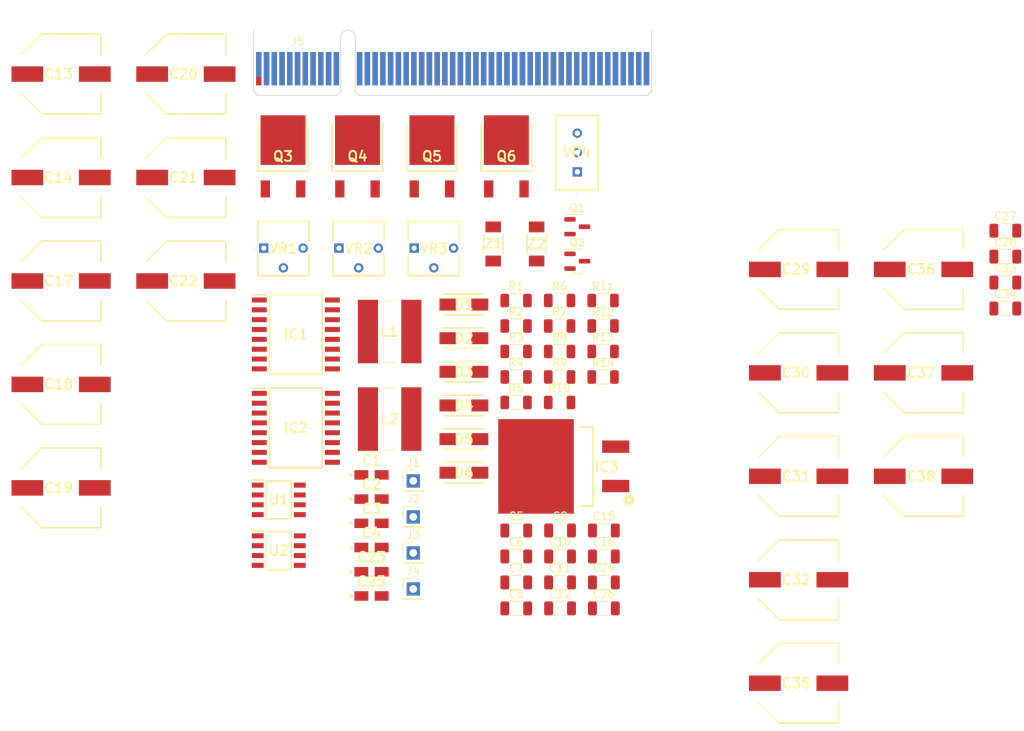
<source format=kicad_pcb>
(kicad_pcb (version 20221018) (generator pcbnew)
  (layers (0 "F.Cu" signal) (31 "B.Cu" signal) (34 "B.Paste" user) (35 "F.Paste" user) (36 "B.SilkS" user "B.Silkscreen") (37 "F.SilkS" user "F.Silkscreen") (38 "B.Mask" user) (39 "F.Mask" user) (44 "Edge.Cuts" user))
  (net 0 "")
  (net 1 "+5V")
  (net 2 "GND")
  (net 3 "VB2")
  (net 4 "VS2")
  (net 5 "VB1")
  (net 6 "VS1")
  (net 7 "+15V")
  (net 8 "AMP OUT")
  (net 9 "SUBWOOFER")
  (net 10 "Net-(U1B--)")
  (net 11 "Net-(U2B--)")
  (net 12 "TRI WAVE OUT")
  (net 13 "HO2")
  (net 14 "Net-(D3-A)")
  (net 15 "LO2")
  (net 16 "Net-(D4-A)")
  (net 17 "HO1")
  (net 18 "Net-(D5-A)")
  (net 19 "LO1")
  (net 20 "Net-(D6-A)")
  (net 21 "VSS1")
  (net 26 "HIN1")
  (net 27 "SUB INV")
  (net 29 "VSS2")
  (net 34 "HIN2")
  (net 35 "LINE INV")
  (net 37 "Net-(J1-Pin_1)")
  (net 38 "SUB IN")
  (net 39 "Net-(J3-Pin_1)")
  (net 41 "-15V")
  (net 71 "LINE OUT")
  (net 93 "Net-(Q1-B)")
  (net 94 "Net-(Q2-B)")
  (net 95 "Net-(U2A-+)")
  (net 96 "Net-(R14-Pad1)")
  (net 98 "Net-(Z1-K)")
  (footprint "SamacSys_Parts:EEE0JA152UAP" (layer "F.Cu") (at 117.0438 58.939)
    (fp_text reference "C13" (at -0.325 0) (layer "F.SilkS") (effects (font (size 1.27 1.27) (thickness 0.254))))
    (fp_text value "EEEFK1H221P" hide)
    (pad "1" smd rect (at -4.35 0 90) (size 2 4.1) (layers "F.Cu" "F.Paste" "F.Mask") (net 7 "+15V"))
    (pad "2" smd rect (at 4.35 0 90) (size 2 4.1) (layers "F.Cu" "F.Paste" "F.Mask") (net 2 "GND"))
  )
  (footprint "Package_TO_SOT_SMD:SOT-23" (layer "F.Cu") (at 183.6138 78.639)
    (fp_text reference "Q1" (at 0 -2.4) (layer "F.SilkS"))
    (fp_text value "BC848")
    (pad "1" smd roundrect (at -0.9375 -0.95) (size 1.475 0.6) (layers "F.Cu" "F.Paste" "F.Mask") (net 93 "Net-(Q1-B)"))
    (pad "2" smd roundrect (at -0.9375 0.95) (size 1.475 0.6) (layers "F.Cu" "F.Paste" "F.Mask") (net 2 "GND"))
    (pad "3" smd roundrect (at 0.9375 0) (size 1.475 0.6) (layers "F.Cu" "F.Paste" "F.Mask") (net 27 "SUB INV"))
  )
  (footprint "Capacitor_SMD:C_1206_3216Metric" (layer "F.Cu") (at 181.3938 124.539)
    (fp_text reference "C11" (at 0 -1.85) (layer "F.SilkS"))
    (fp_text value "220nF")
    (pad "1" smd roundrect (at -1.475 0) (size 1.15 1.8) (layers "F.Cu" "F.Paste" "F.Mask") (roundrect_rratio 0.217391) (net 2 "GND"))
    (pad "2" smd roundrect (at 1.475 0) (size 1.15 1.8) (layers "F.Cu" "F.Paste" "F.Mask") (roundrect_rratio 0.217391) (net 7 "+15V"))
  )
  (footprint "Connector_PinHeader_2.54mm:PinHeader_1x01_P2.54mm_Vertical" (layer "F.Cu") (at 162.4638 116.089)
    (fp_text reference "J2" (at 0 -2.33) (layer "F.SilkS"))
    (fp_text value "Bias Test Point 2")
    (pad "1" thru_hole rect (at 0 0) (size 1.7 1.7) (drill 1) (layers "*.Cu" "*.Mask") (net 38 "SUB IN"))
  )
  (footprint "Capacitor_SMD:C_1206_3216Metric" (layer "F.Cu") (at 181.3938 127.889)
    (fp_text reference "C12" (at 0 -1.85) (layer "F.SilkS"))
    (fp_text value "220nF")
    (pad "1" smd roundrect (at -1.475 0) (size 1.15 1.8) (layers "F.Cu" "F.Paste" "F.Mask") (roundrect_rratio 0.217391) (net 2 "GND"))
    (pad "2" smd roundrect (at 1.475 0) (size 1.15 1.8) (layers "F.Cu" "F.Paste" "F.Mask") (roundrect_rratio 0.217391) (net 7 "+15V"))
  )
  (footprint "SamacSys_Parts:SOIC127P600X175-8N" (layer "F.Cu") (at 145.1188 113.889)
    (fp_text reference "U1" (at 0 0) (layer "F.SilkS") (effects (font (size 1.27 1.27) (thickness 0.254))))
    (fp_text value "~" hide)
    (pad "1" smd rect (at -2.712 -1.905 90) (size 0.65 1.525) (layers "F.Cu" "F.Paste" "F.Mask") (net 34 "HIN2"))
    (pad "2" smd rect (at -2.712 -0.635 90) (size 0.65 1.525) (layers "F.Cu" "F.Paste" "F.Mask") (net 37 "Net-(J1-Pin_1)"))
    (pad "3" smd rect (at -2.712 0.635 90) (size 0.65 1.525) (layers "F.Cu" "F.Paste" "F.Mask") (net 12 "TRI WAVE OUT"))
    (pad "4" smd rect (at -2.712 1.905 90) (size 0.65 1.525) (layers "F.Cu" "F.Paste" "F.Mask") (net 2 "GND"))
    (pad "5" smd rect (at 2.712 1.905 90) (size 0.65 1.525) (layers "F.Cu" "F.Paste" "F.Mask") (net 12 "TRI WAVE OUT"))
    (pad "6" smd rect (at 2.712 0.635 90) (size 0.65 1.525) (layers "F.Cu" "F.Paste" "F.Mask") (net 10 "Net-(U1B--)"))
    (pad "7" smd rect (at 2.712 -0.635 90) (size 0.65 1.525) (layers "F.Cu" "F.Paste" "F.Mask") (net 26 "HIN1"))
    (pad "8" smd rect (at 2.712 -1.905 90) (size 0.65 1.525) (layers "F.Cu" "F.Paste" "F.Mask") (net 1 "+5V"))
  )
  (footprint "SamacSys_Parts:EEE0JA152UAP" (layer "F.Cu") (at 228.2632 97.4956)
    (fp_text reference "C37" (at -0.325 0) (layer "F.SilkS") (effects (font (size 1.27 1.27) (thickness 0.254))))
    (fp_text value "EEEFK1H221P" hide)
    (pad "1" smd rect (at -4.35 0 90) (size 2 4.1) (layers "F.Cu" "F.Paste" "F.Mask") (net 2 "GND"))
    (pad "2" smd rect (at 4.35 0 90) (size 2 4.1) (layers "F.Cu" "F.Paste" "F.Mask") (net 41 "-15V"))
  )
  (footprint "SamacSys_Parts:DIOM5127X229N" (layer "F.Cu") (at 168.9938 101.704)
    (fp_text reference "D4" (at 0 0) (layer "F.SilkS") (effects (font (size 1.27 1.27) (thickness 0.254))))
    (fp_text value "US1M-E3_5AT" hide)
    (pad "1" smd rect (at -2.05 0 90) (size 1.55 2.2) (layers "F.Cu" "F.Paste" "F.Mask") (net 15 "LO2"))
    (pad "2" smd rect (at 2.05 0 90) (size 1.55 2.2) (layers "F.Cu" "F.Paste" "F.Mask") (net 16 "Net-(D4-A)"))
  )
  (footprint "SamacSys_Parts:EEE0JA152UAP" (layer "F.Cu") (at 117.0438 112.339)
    (fp_text reference "C19" (at -0.325 0) (layer "F.SilkS") (effects (font (size 1.27 1.27) (thickness 0.254))))
    (fp_text value "EEEFK1H221P" hide)
    (pad "1" smd rect (at -4.35 0 90) (size 2 4.1) (layers "F.Cu" "F.Paste" "F.Mask") (net 7 "+15V"))
    (pad "2" smd rect (at 4.35 0 90) (size 2 4.1) (layers "F.Cu" "F.Paste" "F.Mask") (net 2 "GND"))
  )
  (footprint "Capacitor_SMD:C_1206_3216Metric" (layer "F.Cu") (at 238.8132 79.1456)
    (fp_text reference "C27" (at 0 -1.85) (layer "F.SilkS"))
    (fp_text value "100nF")
    (pad "1" smd roundrect (at -1.475 0) (size 1.15 1.8) (layers "F.Cu" "F.Paste" "F.Mask") (roundrect_rratio 0.217391) (net 41 "-15V"))
    (pad "2" smd roundrect (at 1.475 0) (size 1.15 1.8) (layers "F.Cu" "F.Paste" "F.Mask") (roundrect_rratio 0.217391) (net 2 "GND"))
  )
  (footprint "SamacSys_Parts:IRFR2905ZTRPBF" (layer "F.Cu") (at 155.2688 68.391)
    (fp_text reference "Q4" (at 0 1.172) (layer "F.SilkS") (effects (font (size 1.27 1.27) (thickness 0.254))))
    (fp_text value "IRFR2905ZTRPBF" hide)
    (pad "1" smd rect (at -2.28 5.373) (size 1.2 2.2) (layers "F.Cu" "F.Paste" "F.Mask") (net 16 "Net-(D4-A)"))
    (pad "2" smd rect (at 0 -0.927) (size 5.8 6.4) (layers "F.Cu" "F.Paste" "F.Mask") (net 4 "VS2"))
    (pad "3" smd rect (at 2.28 5.373) (size 1.2 2.2) (layers "F.Cu" "F.Paste" "F.Mask") (net 41 "-15V"))
  )
  (footprint "SamacSys_Parts:PDZVTFTR47B" (layer "F.Cu") (at 172.7688 80.864)
    (fp_text reference "Z1" (at 0 0) (layer "F.SilkS") (effects (font (size 1.27 1.27) (thickness 0.254))))
    (fp_text value "PDZVTFTR4.7B" hide)
    (pad "1" smd rect (at 0 -2.2 90) (size 1.4 2) (layers "F.Cu" "F.Paste" "F.Mask") (net 98 "Net-(Z1-K)"))
    (pad "2" smd rect (at 0 2.2 90) (size 1.4 2) (layers "F.Cu" "F.Paste" "F.Mask") (net 2 "GND"))
  )
  (footprint "Capacitor_SMD:C_1206_3216Metric" (layer "F.Cu") (at 238.8132 85.8456)
    (fp_text reference "C33" (at 0 -1.85) (layer "F.SilkS"))
    (fp_text value "100nF")
    (pad "1" smd roundrect (at -1.475 0) (size 1.15 1.8) (layers "F.Cu" "F.Paste" "F.Mask") (roundrect_rratio 0.217391) (net 41 "-15V"))
    (pad "2" smd roundrect (at 1.475 0) (size 1.15 1.8) (layers "F.Cu" "F.Paste" "F.Mask") (roundrect_rratio 0.217391) (net 2 "GND"))
  )
  (footprint "SamacSys_Parts:SOIC127P600X175-8N" (layer "F.Cu") (at 145.1188 120.439)
    (fp_text reference "U2" (at 0 0) (layer "F.SilkS") (effects (font (size 1.27 1.27) (thickness 0.254))))
    (fp_text value "LM358" hide)
    (pad "1" smd rect (at -2.712 -1.905 90) (size 0.65 1.525) (layers "F.Cu" "F.Paste" "F.Mask") (net 96 "Net-(R14-Pad1)"))
    (pad "2" smd rect (at -2.712 -0.635 90) (size 0.65 1.525) (layers "F.Cu" "F.Paste" "F.Mask") (net 2 "GND"))
    (pad "3" smd rect (at -2.712 0.635 90) (size 0.65 1.525) (layers "F.Cu" "F.Paste" "F.Mask") (net 95 "Net-(U2A-+)"))
    (pad "4" smd rect (at -2.712 1.905 90) (size 0.65 1.525) (layers "F.Cu" "F.Paste" "F.Mask") (net 2 "GND"))
    (pad "5" smd rect (at 2.712 1.905 90) (size 0.65 1.525) (layers "F.Cu" "F.Paste" "F.Mask") (net 2 "GND"))
    (pad "6" smd rect (at 2.712 0.635 90) (size 0.65 1.525) (layers "F.Cu" "F.Paste" "F.Mask") (net 11 "Net-(U2B--)"))
    (pad "7" smd rect (at 2.712 -0.635 90) (size 0.65 1.525) (layers "F.Cu" "F.Paste" "F.Mask") (net 12 "TRI WAVE OUT"))
    (pad "8" smd rect (at 2.712 -1.905 90) (size 0.65 1.525) (layers "F.Cu" "F.Paste" "F.Mask") (net 1 "+5V"))
  )
  (footprint "SamacSys_Parts:EEE0JA152UAP" (layer "F.Cu") (at 133.1438 72.289)
    (fp_text reference "C21" (at -0.325 0) (layer "F.SilkS") (effects (font (size 1.27 1.27) (thickness 0.254))))
    (fp_text value "EEEFK1H221P" hide)
    (pad "1" smd rect (at -4.35 0 90) (size 2 4.1) (layers "F.Cu" "F.Paste" "F.Mask") (net 7 "+15V"))
    (pad "2" smd rect (at 4.35 0 90) (size 2 4.1) (layers "F.Cu" "F.Paste" "F.Mask") (net 2 "GND"))
  )
  (footprint "SamacSys_Parts:DIOM5127X229N" (layer "F.Cu") (at 168.9938 93.024)
    (fp_text reference "D2" (at 0 0) (layer "F.SilkS") (effects (font (size 1.27 1.27) (thickness 0.254))))
    (fp_text value "US1M-E3_5AT" hide)
    (pad "1" smd rect (at -2.05 0 90) (size 1.55 2.2) (layers "F.Cu" "F.Paste" "F.Mask") (net 5 "VB1"))
    (pad "2" smd rect (at 2.05 0 90) (size 1.55 2.2) (layers "F.Cu" "F.Paste" "F.Mask") (net 7 "+15V"))
  )
  (footprint "Package_TO_SOT_SMD:SOT-23" (layer "F.Cu") (at 183.6138 83.089)
    (fp_text reference "Q2" (at 0 -2.4) (layer "F.SilkS"))
    (fp_text value "BC848")
    (pad "1" smd roundrect (at -0.9375 -0.95) (size 1.475 0.6) (layers "F.Cu" "F.Paste" "F.Mask") (net 94 "Net-(Q2-B)"))
    (pad "2" smd roundrect (at -0.9375 0.95) (size 1.475 0.6) (layers "F.Cu" "F.Paste" "F.Mask") (net 2 "GND"))
    (pad "3" smd roundrect (at 0.9375 0) (size 1.475 0.6) (layers "F.Cu" "F.Paste" "F.Mask") (net 35 "LINE INV"))
  )
  (footprint "Capacitor_SMD:C_1206_3216Metric" (layer "F.Cu") (at 175.7438 127.889)
    (fp_text reference "C8" (at 0 -1.85) (layer "F.SilkS"))
    (fp_text value "22uF")
    (pad "1" smd roundrect (at -1.475 0) (size 1.15 1.8) (layers "F.Cu" "F.Paste" "F.Mask") (roundrect_rratio 0.217391) (net 6 "VS1"))
    (pad "2" smd roundrect (at 1.475 0) (size 1.15 1.8) (layers "F.Cu" "F.Paste" "F.Mask") (roundrect_rratio 0.217391) (net 5 "VB1"))
  )
  (footprint "SamacSys_Parts:EEE0JA152UAP" (layer "F.Cu") (at 117.0438 85.639)
    (fp_text reference "C17" (at -0.325 0) (layer "F.SilkS") (effects (font (size 1.27 1.27) (thickness 0.254))))
    (fp_text value "EEEFK1H221P" hide)
    (pad "1" smd rect (at -4.35 0 90) (size 2 4.1) (layers "F.Cu" "F.Paste" "F.Mask") (net 7 "+15V"))
    (pad "2" smd rect (at 4.35 0 90) (size 2 4.1) (layers "F.Cu" "F.Paste" "F.Mask") (net 2 "GND"))
  )
  (footprint "SamacSys_Parts:EEE0JA152UAP" (layer "F.Cu") (at 212.1632 137.5456)
    (fp_text reference "C35" (at -0.325 0) (layer "F.SilkS") (effects (font (size 1.27 1.27) (thickness 0.254))))
    (fp_text value "EEEFK1H221P" hide)
    (pad "1" smd rect (at -4.35 0 90) (size 2 4.1) (layers "F.Cu" "F.Paste" "F.Mask") (net 2 "GND"))
    (pad "2" smd rect (at 4.35 0 90) (size 2 4.1) (layers "F.Cu" "F.Paste" "F.Mask") (net 41 "-15V"))
  )
  (footprint "SamacSys_Parts:T491A" (layer "F.Cu") (at 157.0788 120.039)
    (fp_text reference "C4" (at 0 -1.875) (layer "F.SilkS") (effects (font (size 1.27 1.27) (thickness 0.254))))
    (fp_text value "T491A225K016AT" hide)
    (pad "1" smd rect (at -1.31 0 90) (size 1.23 1.8) (layers "F.Cu" "F.Paste" "F.Mask") (net 1 "+5V"))
    (pad "2" smd rect (at 1.31 0 90) (size 1.23 1.8) (layers "F.Cu" "F.Paste" "F.Mask") (net 2 "GND"))
  )
  (footprint "SamacSys_Parts:T491A" (layer "F.Cu") (at 157.0788 123.164)
    (fp_text reference "C23" (at 0 -1.875) (layer "F.SilkS") (effects (font (size 1.27 1.27) (thickness 0.254))))
    (fp_text value "T491A225K016AT" hide)
    (pad "1" smd rect (at -1.31 0 90) (size 1.23 1.8) (layers "F.Cu" "F.Paste" "F.Mask") (net 1 "+5V"))
    (pad "2" smd rect (at 1.31 0 90) (size 1.23 1.8) (layers "F.Cu" "F.Paste" "F.Mask") (net 2 "GND"))
  )
  (footprint "SamacSys_Parts:SRN8040220M" (layer "F.Cu") (at 159.4188 103.464)
    (fp_text reference "L2" (at 0 0) (layer "F.SilkS") (effects (font (size 1.27 1.27) (thickness 0.254))))
    (fp_text value "SRN8040-220M" hide)
    (pad "1" smd rect (at -2.8 0) (size 2.6 8.2) (layers "F.Cu" "F.Paste" "F.Mask") (net 6 "VS1"))
    (pad "2" smd rect (at 2.8 0) (size 2.6 8.2) (layers "F.Cu" "F.Paste" "F.Mask") (net 9 "SUBWOOFER"))
  )
  (footprint "SamacSys_Parts:T73YP103KT20" (layer "F.Cu") (at 143.1788 81.404)
    (fp_text reference "VR1" (at 2.54 0.06) (layer "F.SilkS") (effects (font (size 1.27 1.27) (thickness 0.254))))
    (fp_text value "T73YP103KT20" hide)
    (pad "1" thru_hole rect (at 0 0) (size 1.21 1.21) (drill 0.66) (layers "*.Cu" "*.Mask") (net 37 "Net-(J1-Pin_1)"))
    (pad "2" thru_hole circle (at 2.54 2.54) (size 1.21 1.21) (drill 0.66) (layers "*.Cu" "*.Mask") (net 38 "SUB IN"))
    (pad "3" thru_hole circle (at 5.08 0) (size 1.21 1.21) (drill 0.66) (layers "*.Cu" "*.Mask") (net 71 "LINE OUT"))
  )
  (footprint "Capacitor_SMD:C_1206_3216Metric" (layer "F.Cu") (at 175.7438 117.839)
    (fp_text reference "C5" (at 0 -1.85) (layer "F.SilkS"))
    (fp_text value "220nF")
    (pad "1" smd roundrect (at -1.475 0) (size 1.15 1.8) (layers "F.Cu" "F.Paste" "F.Mask") (roundrect_rratio 0.217391) (net 3 "VB2"))
    (pad "2" smd roundrect (at 1.475 0) (size 1.15 1.8) (layers "F.Cu" "F.Paste" "F.Mask") (roundrect_rratio 0.217391) (net 4 "VS2"))
  )
  (footprint "SamacSys_Parts:EEE0JA152UAP" (layer "F.Cu") (at 212.1632 124.1956)
    (fp_text reference "C32" (at -0.325 0) (layer "F.SilkS") (effects (font (size 1.27 1.27) (thickness 0.254))))
    (fp_text value "EEEFK1H221P" hide)
    (pad "1" smd rect (at -4.35 0 90) (size 2 4.1) (layers "F.Cu" "F.Paste" "F.Mask") (net 2 "GND"))
    (pad "2" smd rect (at 4.35 0 90) (size 2 4.1) (layers "F.Cu" "F.Paste" "F.Mask") (net 41 "-15V"))
  )
  (footprint "SamacSys_Parts:IRFR2905ZTRPBF" (layer "F.Cu") (at 145.6688 68.391)
    (fp_text reference "Q3" (at 0 1.172) (layer "F.SilkS") (effects (font (size 1.27 1.27) (thickness 0.254))))
    (fp_text value "IRFR2905ZTRPBF" hide)
    (pad "1" smd rect (at -2.28 5.373) (size 1.2 2.2) (layers "F.Cu" "F.Paste" "F.Mask") (net 14 "Net-(D3-A)"))
    (pad "2" smd rect (at 0 -0.927) (size 5.8 6.4) (layers "F.Cu" "F.Paste" "F.Mask") (net 7 "+15V"))
    (pad "3" smd rect (at 2.28 5.373) (size 1.2 2.2) (layers "F.Cu" "F.Paste" "F.Mask") (net 4 "VS2"))
  )
  (footprint "Resistor_SMD:R_1206_3216Metric" (layer "F.Cu") (at 175.7238 91.449)
    (fp_text reference "R2" (at 0 -1.82) (layer "F.SilkS"))
    (fp_text value "10k")
    (pad "1" smd roundrect (at -1.4625 0) (size 1.125 1.75) (layers "F.Cu" "F.Paste" "F.Mask") (roundrect_rratio 0.222222) (net 34 "HIN2"))
    (pad "2" smd roundrect (at 1.4625 0) (size 1.125 1.75) (layers "F.Cu" "F.Paste" "F.Mask") (roundrect_rratio 0.222222) (net 94 "Net-(Q2-B)"))
  )
  (footprint "Capacitor_SMD:C_1206_3216Metric" (layer "F.Cu") (at 187.0438 117.839)
    (fp_text reference "C15" (at 0 -1.85) (layer "F.SilkS"))
    (fp_text value "390nF")
    (pad "1" smd roundrect (at -1.475 0) (size 1.15 1.8) (layers "F.Cu" "F.Paste" "F.Mask") (roundrect_rratio 0.217391) (net 2 "GND"))
    (pad "2" smd roundrect (at 1.475 0) (size 1.15 1.8) (layers "F.Cu" "F.Paste" "F.Mask") (roundrect_rratio 0.217391) (net 8 "AMP OUT"))
  )
  (footprint "Capacitor_SMD:C_1206_3216Metric" (layer "F.Cu") (at 238.8132 89.1956)
    (fp_text reference "C34" (at 0 -1.85) (layer "F.SilkS"))
    (fp_text value "220nF")
    (pad "1" smd roundrect (at -1.475 0) (size 1.15 1.8) (layers "F.Cu" "F.Paste" "F.Mask") (roundrect_rratio 0.217391) (net 41 "-15V"))
    (pad "2" smd roundrect (at 1.475 0) (size 1.15 1.8) (layers "F.Cu" "F.Paste" "F.Mask") (roundrect_rratio 0.217391) (net 2 "GND"))
  )
  (footprint "Capacitor_SMD:C_1206_3216Metric" (layer "F.Cu") (at 175.7438 124.539)
    (fp_text reference "C7" (at 0 -1.85) (layer "F.SilkS"))
    (fp_text value "22uF")
    (pad "1" smd roundrect (at -1.475 0) (size 1.15 1.8) (layers "F.Cu" "F.Paste" "F.Mask") (roundrect_rratio 0.217391) (net 4 "VS2"))
    (pad "2" smd roundrect (at 1.475 0) (size 1.15 1.8) (layers "F.Cu" "F.Paste" "F.Mask") (roundrect_rratio 0.217391) (net 3 "VB2"))
  )
  (footprint "Connector_PCBEdge:BUS_PCIexpress_x8" (layer "F.Cu") (at 142.5438 58.239)
    (fp_text reference "J5" (at 5 -3.5) (layer "F.SilkS"))
    (fp_text value "Edge Connector")
    (fp_line (start -0.65 -4.95) (end -0.65 2.95) (stroke (width 0.1)) (layer "Edge.Cuts"))
    (fp_line (start -0.65 2.95) (end -0.15 3.45) (stroke (width 0.1)) (layer "Edge.Cuts"))
    (fp_line (start -0.15 3.45) (end 10.05 3.45) (stroke (width 0.1)) (layer "Edge.Cuts"))
    (fp_line (start 10.55 -4) (end 10.55 2.95) (stroke (width 0.1)) (layer "Edge.Cuts"))
    (fp_line (start 10.55 2.95) (end 10.05 3.45) (stroke (width 0.1)) (layer "Edge.Cuts"))
    (fp_line (start 12.45 -4) (end 12.45 2.95) (stroke (width 0.1)) (layer "Edge.Cuts"))
    (fp_line (start 12.45 2.95) (end 12.95 3.45) (stroke (width 0.1)) (layer "Edge.Cuts"))
    (fp_line (start 12.95 3.45) (end 50.15 3.45) (stroke (width 0.1)) (layer "Edge.Cuts"))
    (fp_line (start 50.65 -4.95) (end 50.65 2.95) (stroke (width 0.1)) (layer "Edge.Cuts"))
    (fp_line (start 50.65 2.95) (end 50.15 3.45) (stroke (width 0.1)) (layer "Edge.Cuts"))
    (fp_arc (start 10.55 -4) (mid 11.5 -4.95) (end 12.45 -4) (stroke (width 0.1)) (layer "Edge.Cuts"))
    (pad "A1" connect rect (at 0 -0.55) (size 0.7 3.2) (layers "B.Cu" "B.Mask"))
    (pad "A2" connect rect (at 1 0) (size 0.7 4.3) (layers "B.Cu" "B.Mask") (net 2 "GND"))
    (pad "A3" connect rect (at 2 0) (size 0.7 4.3) (layers "B.Cu" "B.Mask") (net 7 "+15V"))
    (pad "A4" connect rect (at 3 0) (size 0.7 4.3) (layers "B.Cu" "B.Mask") (net 2 "GND"))
    (pad "A5" connect rect (at 4 0) (size 0.7 4.3) (layers "B.Cu" "B.Mask") (net 41 "-15V"))
    (pad "A6" connect rect (at 5 0) (size 0.7 4.3) (layers "B.Cu" "B.Mask") (net 2 "GND"))
    (pad "A7" connect rect (at 6 0) (size 0.7 4.3) (layers "B.Cu" "B.Mask"))
    (pad "A8" connect rect (at 7 0) (size 0.7 4.3) (layers "B.Cu" "B.Mask") (net 2 "GND"))
    (pad "A9" connect rect (at 8 0) (size 0.7 4.3) (layers "B.Cu" "B.Mask"))
    (pad "A10" connect rect (at 9 0) (size 0.7 4.3) (layers "B.Cu" "B.Mask") (net 2 "GND"))
    (pad "A11" connect rect (at 10 0) (size 0.7 4.3) (layers "B.Cu" "B.Mask"))
    (pad "A12" connect rect (at 13 0) (size 0.7 4.3) (layers "B.Cu" "B.Mask") (net 2 "GND"))
    (pad "A13" connect rect (at 14 0) (size 0.7 4.3) (layers "B.Cu" "B.Mask"))
    (pad "A14" connect rect (at 15 0) (size 0.7 4.3) (layers "B.Cu" "B.Mask") (net 2 "GND"))
    (pad "A15" connect rect (at 16 0) (size 0.7 4.3) (layers "B.Cu" "B.Mask"))
    (pad "A16" connect rect (at 17 0) (size 0.7 4.3) (layers "B.Cu" "B.Mask") (net 2 "GND"))
    (pad "A17" connect rect (at 18 0) (size 0.7 4.3) (layers "B.Cu" "B.Mask") (net 7 "+15V"))
    (pad "A18" connect rect (at 19 0) (size 0.7 4.3) (layers "B.Cu" "B.Mask") (net 2 "GND"))
    (pad "A19" connect rect (at 20 0) (size 0.7 4.3) (layers "B.Cu" "B.Mask") (net 41 "-15V"))
    (pad "A20" connect rect (at 21 0) (size 0.7 4.3) (layers "B.Cu" "B.Mask") (net 2 "GND"))
    (pad "A21" connect rect (at 22 0) (size 0.7 4.3) (layers "B.Cu" "B.Mask"))
    (pad "A22" connect rect (at 23 0) (size 0.7 4.3) (layers "B.Cu" "B.Mask"))
    (pad "A23" connect rect (at 24 0) (size 0.7 4.3) (layers "B.Cu" "B.Mask"))
    (pad "A24" connect rect (at 25 0) (size 0.7 4.3) (layers "B.Cu" "B.Mask"))
    (pad "A25" connect rect (at 26 0) (size 0.7 4.3) (layers "B.Cu" "B.Mask"))
    (pad "A26" connect rect (at 27 0) (size 0.7 4.3) (layers "B.Cu" "B.Mask"))
    (pad "A27" connect rect (at 28 0) (size 0.7 4.3) (layers "B.Cu" "B.Mask"))
    (pad "A28" connect rect (at 29 0) (size 0.7 4.3) (layers "B.Cu" "B.Mask"))
    (pad "A29" connect rect (at 30 0) (size 0.7 4.3) (layers "B.Cu" "B.Mask"))
    (pad "A30" connect rect (at 31 0) (size 0.7 4.3) (layers "B.Cu" "B.Mask"))
    (pad "A31" connect rect (at 32 0) (size 0.7 4.3) (layers "B.Cu" "B.Mask"))
    (pad "A32" connect rect (at 33 0) (size 0.7 4.3) (layers "B.Cu" "B.Mask") (net 2 "GND"))
    (pad "A33" connect rect (at 34 0) (size 0.7 4.3) (layers "B.Cu" "B.Mask"))
    (pad "A34" connect rect (at 35 0) (size 0.7 4.3) (layers "B.Cu" "B.Mask") (net 2 "GND"))
    (pad "A35" connect rect (at 36 0) (size 0.7 4.3) (layers "B.Cu" "B.Mask"))
    (pad "A36" connect rect (at 37 0) (size 0.7 4.3) (layers "B.Cu" "B.Mask") (net 2 "GND"))
    (pad "A37" connect rect (at 38 0) (size 0.7 4.3) (layers "B.Cu" "B.Mask"))
    (pad "A38" connect rect (at 39 0) (size 0.7 4.3) (layers "B.Cu" "B.Mask") (net 2 "GND"))
    (pad "A39" connect rect (at 40 0) (size 0.7 4.3) (layers "B.Cu" "B.Mask"))
    (pad "A40" connect rect (at 41 0) (size 0.7 4.3) (layers "B.Cu" "B.Mask") (net 2 "GND"))
    (pad "A41" connect rect (at 42 0) (size 0.7 4.3) (layers "B.Cu" "B.Mask"))
    (pad "A42" connect rect (at 43 0) (size 0.7 4.3) (layers "B.Cu" "B.Mask") (net 2 "GND"))
    (pad "A43" connect rect (at 44 0) (size 0.7 4.3) (layers "B.Cu" "B.Mask"))
    (pad "A44" connect rect (at 45 0) (size 0.7 4.3) (layers "B.Cu" "B.Mask") (net 2 "GND"))
    (pad "A45" connect rect (at 46 0) (size 0.7 4.3) (layers "B.Cu" "B.Mask"))
    (pad "A46" connect rect (at 47 0) (size 0.7 4.3) (layers "B.Cu" "B.Mask") (net 2 "GND"))
    (pad "A47" connect rect (at 48 0) (size 0.7 4.3) (layers "B.Cu" "B.Mask"))
    (pad "A48" connect rect (at 49 0) (size 0.7 4.3) (layers "B.Cu" "B.Mask") (net 2 "GND"))
    (pad "A49" connect rect (at 50 0) (size 0.7 4.3) (layers "B.Cu" "B.Mask"))
    (pad "B1" connect rect (at 0 0) (size 0.7 4.3) (layers "F.Cu" "F.Mask"))
    (pad "B2" connect rect (at 1 0) (size 0.7 4.3) (layers "F.Cu" "F.Mask") (net 2 "GND"))
    (pad "B3" connect rect (at 2 0) (size 0.7 4.3) (layers "F.Cu" "F.Mask") (net 7 "+15V"))
    (pad "B4" connect rect (at 3 0) (size 0.7 4.3) (layers "F.Cu" "F.Mask") (net 2 "GND"))
    (pad "B5" connect rect (at 4 0) (size 0.7 4.3) (layers "F.Cu" "F.Mask") (net 41 "-15V"))
    (pad "B6" connect rect (at 5 0) (size 0.7 4.3) (layers "F.Cu" "F.Mask") (net 2 "GND"))
    (pad "B7" connect rect (at 6 0) (size 0.7 4.3) (layers "F.Cu" "F.Mask"))
    (pad "B8" connect rect (at 7 0) (size 0.7 4.3) (layers "F.Cu" "F.Mask") (net 2 "GND"))
    (pad "B9" connect rect (at 8 0) (size 0.7 4.3) (layers "F.Cu" "F.Mask"))
    (pad "B10" connect rect (at 9 0) (size 0.7 4.3) (layers "F.Cu" "F.Mask") (net 2 "GND"))
    (pad "B11" connect rect (at 10 0) (size 0.7 4.3) (layers "F.Cu" "F.Mask"))
    (pad "B12" connect rect (at 13 0) (size 0.7 4.3) (layers "F.Cu" "F.Mask") (net 2 "GND"))
    (pad "B13" connect rect (at 14 0) (size 0.7 4.3) (layers "F.Cu" "F.Mask") (net 71 "LINE OUT"))
    (pad "B14" connect rect (at 15 0) (size 0.7 4.3) (layers "F.Cu" "F.Mask") (net 2 "GND"))
    (pad "B15" connect rect (at 16 0) (size 0.7 4.3) (layers "F.Cu" "F.Mask"))
    (pad "B16" connect rect (at 17 0) (size 0.7 4.3) (layers "F.Cu" "F.Mask") (net 2 "GND"))
    (pad "B17" connect rect (at 18 0) (size 0.7 4.3) (layers "F.Cu" "F.Mask") (net 7 "+15V"))
    (pad "B18" connect rect (at 19 0) (size 0.7 4.3) (layers "F.Cu" "F.Mask") (net 2 "GND"))
    (pad "B19" connect rect (at 20 0) (size 0.7 4.3) (layers "F.Cu" "F.Mask") (net 41 "-15V"))
    (pad "B20" connect rect (at 21 0) (size 0.7 4.3) (layers "F.Cu" "F.Mask") (net 2 "GND"))
    (pad "B21" connect rect (at 22 0) (size 0.7 4.3) (layers "F.Cu" "F.Mask"))
    (pad "B22" connect rect (at 23 0) (size 0.7 4.3) (layers "F.Cu" "F.Mask"))
    (pad "B23" connect rect (at 24 0) (size 0.7 4.3) (layers "F.Cu" "F.Mask"))
    (pad "B24" connect rect (at 25 0) (size 0.7 4.3) (layers "F.Cu" "F.Mask"))
    (pad "B25" connect rect (at 26 0) (size 0.7 4.3) (layers "F.Cu" "F.Mask"))
    (pad "B26" connect rect (at 27 0) (size 0.7 4.3) (layers "F.Cu" "F.Mask"))
    (pad "B27" connect rect (at 28 0) (size 0.7 4.3) (layers "F.Cu" "F.Mask"))
    (pad "B28" connect rect (at 29 0) (size 0.7 4.3) (layers "F.Cu" "F.Mask"))
    (pad "B29" connect rect (at 30 0) (size 0.7 4.3) (layers "F.Cu" "F.Mask"))
    (pad "B30" connect rect (at 31 0) (size 0.7 4.3) (layers "F.Cu" "F.Mask"))
    (pad "B31" connect rect (at 32 0) (size 0.7 4.3) (layers "F.Cu" "F.Mask"))
    (pad "B32" connect rect (at 33 0) (size 0.7 4.3) (layers "F.Cu" "F.Mask") (net 2 "GND"))
    (pad "B33" connect rect (at 34 0) (size 0.7 4.3) (layers "F.Cu" "F.Mask"))
    (pad "B34" connect rect (at 35 0) (size 0.7 4.3) (layers "F.Cu" "F.Mask") (net 2 "GND"))
    (pad "B35" connect rect (at 36 0) (size 0.7 4.3) (layers "F.Cu" "F.Mask"))
    (pad "B36" connect rect (at 37 0) (size 0.7 4.3) (layers "F.Cu" "F.Mask") (net 2 "GND"))
    (pad "B37" connect rect (at 38 0) (size 0.7 4.3) (layers "F.Cu" "F.Mask"))
    (pad "B38" connect rect (at 39 0) (size 0.7 4.3) (layers "F.Cu" "F.Mask") (net 2 "GND"))
    (pad "B39" connect rect (at 40 0) (size 0.7 4.3) (layers "F.Cu" "F.Mask"))
    (pad "B40" connect rect (at 41 0) (size 0.7 4.3) (layers "F.Cu" "F.Mask") (net 2 "GND"))
    (pad "B41" connect rect (at 42 0) (size 0.7 4.3) (layers "F.Cu" "F.Mask"))
    (pad "B42" connect rect (at 43 0) (size 0.7 4.3) (layers "F.Cu" "F.Mask") (net 2 "GND"))
    (pad "B43" connect rect (at 44 0) (size 0.7 4.3) (layers "F.Cu" "F.Mask"))
    (pad "B44" connect rect (at 45 0) (size 0.7 4.3) (layers "F.Cu" "F.Mask") (net 2 "GND"))
    (pad "B45" connect rect (at 46 0) (size 0.7 4.3) (layers "F.Cu" "F.Mask"))
    (pad "B46" connect rect (at 47 0) (size 0.7 4.3) (layers "F.Cu" "F.Mask") (net 2 "GND"))
    (pad "B47" connect rect (at 48 0) (size 0.7 4.3) (layers "F.Cu" "F.Mask"))
    (pad "B48" connect rect (at 49 -0.55) (size 0.7 3.2) (layers "F.Cu" "F.Mask") (net 2 "GND"))
    (pad "B49" connect rect (at 50 0) (size 0.7 4.3) (layers "F.Cu" "F.Mask"))
  )
  (footprint "SamacSys_Parts:PDZVTFTR47B" (layer "F.Cu") (at 178.3688 80.864)
    (fp_text reference "Z2" (at 0 0) (layer "F.SilkS") (effects (font (size 1.27 1.27) (thickness 0.254))))
    (fp_text value "PDZVTFTR4.7B" hide)
    (pad "1" smd rect (at 0 -2.2 90) (size 1.4 2) (layers "F.Cu" "F.Paste" "F.Mask") (net 98 "Net-(Z1-K)"))
    (pad "2" smd rect (at 0 2.2 90) (size 1.4 2) (layers "F.Cu" "F.Paste" "F.Mask") (net 39 "Net-(J3-Pin_1)"))
  )
  (footprint "Resistor_SMD:R_1206_3216Metric" (layer "F.Cu") (at 175.7238 98.029)
    (fp_text reference "R4" (at 0 -1.82) (layer "F.SilkS"))
    (fp_text value "10k")
    (pad "1" smd roundrect (at -1.4625 0) (size 1.125 1.75) (layers "F.Cu" "F.Paste" "F.Mask") (roundrect_rratio 0.222222) (net 1 "+5V"))
    (pad "2" smd roundrect (at 1.4625 0) (size 1.125 1.75) (layers "F.Cu" "F.Paste" "F.Mask") (roundrect_rratio 0.222222) (net 35 "LINE INV"))
  )
  (footprint "SamacSys_Parts:EEE0JA152UAP" (layer "F.Cu") (at 212.1632 84.1456)
    (fp_text reference "C29" (at -0.325 0) (layer "F.SilkS") (effects (font (size 1.27 1.27) (thickness 0.254))))
    (fp_text value "EEEFK1H221P" hide)
    (pad "1" smd rect (at -4.35 0 90) (size 2 4.1) (layers "F.Cu" "F.Paste" "F.Mask") (net 2 "GND"))
    (pad "2" smd rect (at 4.35 0 90) (size 2 4.1) (layers "F.Cu" "F.Paste" "F.Mask") (net 41 "-15V"))
  )
  (footprint "Resistor_SMD:R_1206_3216Metric" (layer "F.Cu") (at 186.9438 98.029)
    (fp_text reference "R14" (at 0 -1.82) (layer "F.SilkS"))
    (fp_text value "5k1")
    (pad "1" smd roundrect (at -1.4625 0) (size 1.125 1.75) (layers "F.Cu" "F.Paste" "F.Mask") (roundrect_rratio 0.222222) (net 96 "Net-(R14-Pad1)"))
    (pad "2" smd roundrect (at 1.4625 0) (size 1.125 1.75) (layers "F.Cu" "F.Paste" "F.Mask") (roundrect_rratio 0.222222) (net 39 "Net-(J3-Pin_1)"))
  )
  (footprint "SamacSys_Parts:EEE0JA152UAP" (layer "F.Cu") (at 117.0438 72.289)
    (fp_text reference "C14" (at -0.325 0) (layer "F.SilkS") (effects (font (size 1.27 1.27) (thickness 0.254))))
    (fp_text value "EEEFK1H221P" hide)
    (pad "1" smd rect (at -4.35 0 90) (size 2 4.1) (layers "F.Cu" "F.Paste" "F.Mask") (net 7 "+15V"))
    (pad "2" smd rect (at 4.35 0 90) (size 2 4.1) (layers "F.Cu" "F.Paste" "F.Mask") (net 2 "GND"))
  )
  (footprint "SamacSys_Parts:T73YP103KT20" (layer "F.Cu") (at 162.5788 81.404)
    (fp_text reference "VR3" (at 2.54 0.06) (layer "F.SilkS") (effects (font (size 1.27 1.27) (thickness 0.254))))
    (fp_text value "T73YP103KT20" hide)
    (pad "1" thru_hole rect (at 0 0) (size 1.21 1.21) (drill 0.66) (layers "*.Cu" "*.Mask") (net 2 "GND"))
    (pad "2" thru_hole circle (at 2.54 2.54) (size 1.21 1.21) (drill 0.66) (layers "*.Cu" "*.Mask") (net 38 "SUB IN"))
    (pad "3" thru_hole circle (at 5.08 0) (size 1.21 1.21) (drill 0.66) (layers "*.Cu" "*.Mask") (net 1 "+5V"))
  )
  (footprint "SamacSys_Parts:T491A" (layer "F.Cu") (at 157.0788 126.289)
    (fp_text reference "C25" (at 0 -1.875) (layer "F.SilkS") (effects (font (size 1.27 1.27) (thickness 0.254))))
    (fp_text value "T491A225K016AT" hide)
    (pad "1" smd rect (at -1.31 0 90) (size 1.23 1.8) (layers "F.Cu" "F.Paste" "F.Mask") (net 1 "+5V"))
    (pad "2" smd rect (at 1.31 0 90) (size 1.23 1.8) (layers "F.Cu" "F.Paste" "F.Mask") (net 2 "GND"))
  )
  (footprint "Resistor_SMD:R_1206_3216Metric" (layer "F.Cu") (at 186.9438 94.739)
    (fp_text reference "R13" (at 0 -1.82) (layer "F.SilkS"))
    (fp_text value "100k")
    (pad "1" smd roundrect (at -1.4625 0) (size 1.125 1.75) (layers "F.Cu" "F.Paste" "F.Mask") (roundrect_rratio 0.222222) (net 39 "Net-(J3-Pin_1)"))
    (pad "2" smd roundrect (at 1.4625 0) (size 1.125 1.75) (layers "F.Cu" "F.Paste" "F.Mask") (roundrect_rratio 0.222222) (net 95 "Net-(U2A-+)"))
  )
  (footprint "SamacSys_Parts:EEE0JA152UAP" (layer "F.Cu") (at 212.1632 110.8456)
    (fp_text reference "C31" (at -0.325 0) (layer "F.SilkS") (effects (font (size 1.27 1.27) (thickness 0.254))))
    (fp_text value "EEEFK1H221P" hide)
    (pad "1" smd rect (at -4.35 0 90) (size 2 4.1) (layers "F.Cu" "F.Paste" "F.Mask") (net 2 "GND"))
    (pad "2" smd rect (at 4.35 0 90) (size 2 4.1) (layers "F.Cu" "F.Paste" "F.Mask") (net 41 "-15V"))
  )
  (footprint "Capacitor_SMD:C_1206_3216Metric" (layer "F.Cu") (at 187.0438 127.889)
    (fp_text reference "C26" (at 0 -1.85) (layer "F.SilkS"))
    (fp_text value "1nF")
    (pad "1" smd roundrect (at -1.475 0) (size 1.15 1.8) (layers "F.Cu" "F.Paste" "F.Mask") (roundrect_rratio 0.217391) (net 11 "Net-(U2B--)"))
    (pad "2" smd roundrect (at 1.475 0) (size 1.15 1.8) (layers "F.Cu" "F.Paste" "F.Mask") (roundrect_rratio 0.217391) (net 12 "TRI WAVE OUT"))
  )
  (footprint "Resistor_SMD:R_1206_3216Metric" (layer "F.Cu") (at 175.7238 88.159)
    (fp_text reference "R1" (at 0 -1.82) (layer "F.SilkS"))
    (fp_text value "10k")
    (pad "1" smd roundrect (at -1.4625 0) (size 1.125 1.75) (layers "F.Cu" "F.Paste" "F.Mask") (roundrect_rratio 0.222222) (net 26 "HIN1"))
    (pad "2" smd roundrect (at 1.4625 0) (size 1.125 1.75) (layers "F.Cu" "F.Paste" "F.Mask") (roundrect_rratio 0.222222) (net 93 "Net-(Q1-B)"))
  )
  (footprint "SamacSys_Parts:DIOM5127X229N" (layer "F.Cu") (at 168.9938 110.384)
    (fp_text reference "D6" (at 0 0) (layer "F.SilkS") (effects (font (size 1.27 1.27) (thickness 0.254))))
    (fp_text value "US1M-E3_5AT" hide)
    (pad "1" smd rect (at -2.05 0 90) (size 1.55 2.2) (layers "F.Cu" "F.Paste" "F.Mask") (net 19 "LO1"))
    (pad "2" smd rect (at 2.05 0 90) (size 1.55 2.2) (layers "F.Cu" "F.Paste" "F.Mask") (net 20 "Net-(D6-A)"))
  )
  (footprint "Resistor_SMD:R_1206_3216Metric" (layer "F.Cu") (at 175.7238 101.319)
    (fp_text reference "R5" (at 0 -1.82) (layer "F.SilkS"))
    (fp_text value "10k")
    (pad "1" smd roundrect (at -1.4625 0) (size 1.125 1.75) (layers "F.Cu" "F.Paste" "F.Mask") (roundrect_rratio 0.222222) (net 34 "HIN2"))
    (pad "2" smd roundrect (at 1.4625 0) (size 1.125 1.75) (layers "F.Cu" "F.Paste" "F.Mask") (roundrect_rratio 0.222222) (net 1 "+5V"))
  )
  (footprint "Resistor_SMD:R_1206_3216Metric" (layer "F.Cu") (at 181.3338 94.739)
    (fp_text reference "R8" (at 0 -1.82) (layer "F.SilkS"))
    (fp_text value "10R")
    (pad "1" smd roundrect (at -1.4625 0) (size 1.125 1.75) (layers "F.Cu" "F.Paste" "F.Mask") (roundrect_rratio 0.222222) (net 16 "Net-(D4-A)"))
    (pad "2" smd roundrect (at 1.4625 0) (size 1.125 1.75) (layers "F.Cu" "F.Paste" "F.Mask") (roundrect_rratio 0.222222) (net 15 "LO2"))
  )
  (footprint "SamacSys_Parts:EEE0JA152UAP" (layer "F.Cu") (at 228.2632 84.1456)
    (fp_text reference "C36" (at -0.325 0) (layer "F.SilkS") (effects (font (size 1.27 1.27) (thickness 0.254))))
    (fp_text value "EEEFK1H221P" hide)
    (pad "1" smd rect (at -4.35 0 90) (size 2 4.1) (layers "F.Cu" "F.Paste" "F.Mask") (net 2 "GND"))
    (pad "2" smd rect (at 4.35 0 90) (size 2 4.1) (layers "F.Cu" "F.Paste" "F.Mask") (net 41 "-15V"))
  )
  (footprint "Capacitor_SMD:C_1206_3216Metric" (layer "F.Cu") (at 187.0438 124.539)
    (fp_text reference "C24" (at 0 -1.85) (layer "F.SilkS"))
    (fp_text value "68nF")
    (pad "1" smd roundrect (at -1.475 0) (size 1.15 1.8) (layers "F.Cu" "F.Paste" "F.Mask") (roundrect_rratio 0.217391) (net 2 "GND"))
    (pad "2" smd roundrect (at 1.475 0) (size 1.15 1.8) (layers "F.Cu" "F.Paste" "F.Mask") (roundrect_rratio 0.217391) (net 10 "Net-(U1B--)"))
  )
  (footprint "Connector_PinHeader_2.54mm:PinHeader_1x01_P2.54mm_Vertical" (layer "F.Cu") (at 162.4638 120.739)
    (fp_text reference "J3" (at 0 -2.33) (layer "F.SilkS"))
    (fp_text value "Square Test")
    (pad "1" thru_hole rect (at 0 0) (size 1.7 1.7) (drill 1) (layers "*.Cu" "*.Mask") (net 39 "Net-(J3-Pin_1)"))
  )
  (footprint "SamacSys_Parts:DIOM5127X229N" (layer "F.Cu") (at 168.9938 97.364)
    (fp_text reference "D3" (at 0 0) (layer "F.SilkS") (effects (font (size 1.27 1.27) (thickness 0.254))))
    (fp_text value "US1M-E3_5AT" hide)
    (pad "1" smd rect (at -2.05 0 90) (size 1.55 2.2) (layers "F.Cu" "F.Paste" "F.Mask") (net 13 "HO2"))
    (pad "2" smd rect (at 2.05 0 90) (size 1.55 2.2) (layers "F.Cu" "F.Paste" "F.Mask") (net 14 "Net-(D3-A)"))
  )
  (footprint "Capacitor_SMD:C_1206_3216Metric" (layer "F.Cu") (at 181.3938 121.189)
    (fp_text reference "C10" (at 0 -1.85) (layer "F.SilkS"))
    (fp_text value "100nF")
    (pad "1" smd roundrect (at -1.475 0) (size 1.15 1.8) (layers "F.Cu" "F.Paste" "F.Mask") (roundrect_rratio 0.217391) (net 2 "GND"))
    (pad "2" smd roundrect (at 1.475 0) (size 1.15 1.8) (layers "F.Cu" "F.Paste" "F.Mask") (roundrect_rratio 0.217391) (net 7 "+15V"))
  )
  (footprint "SamacSys_Parts:SOIC127P1032X265-16N" (layer "F.Cu") (at 147.3188 92.539)
    (fp_text reference "IC1" (at 0 0) (layer "F.SilkS") (effects (font (size 1.27 1.27) (thickness 0.254))))
    (fp_text value "IR2113SPBF" hide)
    (pad "1" smd rect (at -4.712 -4.445 90) (size 0.65 1.925) (layers "F.Cu" "F.Paste" "F.Mask") (net 19 "LO1"))
    (pad "2" smd rect (at -4.712 -3.175 90) (size 0.65 1.925) (layers "F.Cu" "F.Paste" "F.Mask") (net 21 "VSS1"))
    (pad "3" smd rect (at -4.712 -1.905 90) (size 0.65 1.925) (layers "F.Cu" "F.Paste" "F.Mask") (net 7 "+15V"))
    (pad "4" smd rect (at -4.712 -0.635 90) (size 0.65 1.925) (layers "F.Cu" "F.Paste" "F.Mask"))
    (pad "5" smd rect (at -4.712 0.635 90) (size 0.65 1.925) (layers "F.Cu" "F.Paste" "F.Mask"))
    (pad "6" smd rect (at -4.712 1.905 90) (size 0.65 1.925) (layers "F.Cu" "F.Paste" "F.Mask") (net 6 "VS1"))
    (pad "7" smd rect (at -4.712 3.175 90) (size 0.65 1.925) (layers "F.Cu" "F.Paste" "F.Mask") (net 5 "VB1"))
    (pad "8" smd rect (at -4.712 4.445 90) (size 0.65 1.925) (layers "F.Cu" "F.Paste" "F.Mask") (net 17 "HO1"))
    (pad "9" smd rect (at 4.712 4.445 90) (size 0.65 1.925) (layers "F.Cu" "F.Paste" "F.Mask"))
    (pad "10" smd rect (at 4.712 3.175 90) (size 0.65 1.925) (layers "F.Cu" "F.Paste" "F.Mask"))
    (pad "11" smd rect (at 4.712 1.905 90) (size 0.65 1.925) (layers "F.Cu" "F.Paste" "F.Mask") (net 1 "+5V"))
    (pad "12" smd rect (at 4.712 0.635 90) (size 0.65 1.925) (layers "F.Cu" "F.Paste" "F.Mask") (net 26 "HIN1"))
    (pad "13" smd rect (at 4.712 -0.635 90) (size 0.65 1.925) (layers "F.Cu" "F.Paste" "F.Mask") (net 2 "GND"))
    (pad "14" smd rect (at 4.712 -1.905 90) (size 0.65 1.925) (layers "F.Cu" "F.Paste" "F.Mask") (net 27 "SUB INV"))
    (pad "15" smd rect (at 4.712 -3.175 90) (size 0.65 1.925) (layers "F.Cu" "F.Paste" "F.Mask") (net 21 "VSS1"))
    (pad "16" smd rect (at 4.712 -4.445 90) (size 0.65 1.925) (layers "F.Cu" "F.Paste" "F.Mask"))
  )
  (footprint "SamacSys_Parts:T491A" (layer "F.Cu") (at 157.0788 116.914)
    (fp_text reference "C3" (at 0 -1.875) (layer "F.SilkS") (effects (font (size 1.27 1.27) (thickness 0.254))))
    (fp_text value "T491A225K016AT" hide)
    (pad "1" smd rect (at -1.31 0 90) (size 1.23 1.8) (layers "F.Cu" "F.Paste" "F.Mask") (net 1 "+5V"))
    (pad "2" smd rect (at 1.31 0 90) (size 1.23 1.8) (layers "F.Cu" "F.Paste" "F.Mask") (net 2 "GND"))
  )
  (footprint "SamacSys_Parts:CT9EW104" (layer "F.Cu") (at 183.6188 71.564)
    (fp_text reference "VR4" (at -0.05 -2.5) (layer "F.SilkS") (effects (font (size 1.27 1.27) (thickness 0.254))))
    (fp_text value "CT-9EW104" hide)
    (pad "1" thru_hole rect (at 0 0) (size 1.2 1.2) (drill 0.7) (layers "*.Cu" "*.Mask") (net 39 "Net-(J3-Pin_1)"))
    (pad "2" thru_hole circle (at 0 -2.5) (size 1.2 1.2) (drill 0.7) (layers "*.Cu" "*.Mask") (net 11 "Net-(U2B--)"))
    (pad "3" thru_hole circle (at 0 -5) (size 1.2 1.2) (drill 0.7) (layers "*.Cu" "*.Mask"))
  )
  (footprint "SamacSys_Parts:IRFR2905ZTRPBF" (layer "F.Cu") (at 164.8688 68.391)
    (fp_text reference "Q5" (at 0 1.172) (layer "F.SilkS") (effects (font (size 1.27 1.27) (thickness 0.254))))
    (fp_text value "IRFR2905ZTRPBF" hide)
    (pad "1" smd rect (at -2.28 5.373) (size 1.2 2.2) (layers "F.Cu" "F.Paste" "F.Mask") (net 18 "Net-(D5-A)"))
    (pad "2" smd rect (at 0 -0.927) (size 5.8 6.4) (layers "F.Cu" "F.Paste" "F.Mask") (net 7 "+15V"))
    (pad "3" smd rect (at 2.28 5.373) (size 1.2 2.2) (layers "F.Cu" "F.Paste" "F.Mask") (net 6 "VS1"))
  )
  (footprint "SamacSys_Parts:DIOM5127X229N" (layer "F.Cu") (at 168.9938 88.684)
    (fp_text reference "D1" (at 0 0) (layer "F.SilkS") (effects (font (size 1.27 1.27) (thickness 0.254))))
    (fp_text value "US1M-E3_5AT" hide)
    (pad "1" smd rect (at -2.05 0 90) (size 1.55 2.2) (layers "F.Cu" "F.Paste" "F.Mask") (net 3 "VB2"))
    (pad "2" smd rect (at 2.05 0 90) (size 1.55 2.2) (layers "F.Cu" "F.Paste" "F.Mask") (net 7 "+15V"))
  )
  (footprint "Connector_PinHeader_2.54mm:PinHeader_1x01_P2.54mm_Vertical" (layer "F.Cu") (at 162.4638 125.389)
    (fp_text reference "J4" (at 0 -2.33) (layer "F.SilkS"))
    (fp_text value "Triangle Test")
    (pad "1" thru_hole rect (at 0 0) (size 1.7 1.7) (drill 1) (layers "*.Cu" "*.Mask") (net 12 "TRI WAVE OUT"))
  )
  (footprint "SamacSys_Parts:EEE0JA152UAP" (layer "F.Cu") (at 133.1438 58.939)
    (fp_text reference "C20" (at -0.325 0) (layer "F.SilkS") (effects (font (size 1.27 1.27) (thickness 0.254))))
    (fp_text value "EEEFK1H221P" hide)
    (pad "1" smd rect (at -4.35 0 90) (size 2 4.1) (layers "F.Cu" "F.Paste" "F.Mask") (net 7 "+15V"))
    (pad "2" smd rect (at 4.35 0 90) (size 2 4.1) (layers "F.Cu" "F.Paste" "F.Mask") (net 2 "GND"))
  )
  (footprint "Resistor_SMD:R_1206_3216Metric" (layer "F.Cu") (at 181.3338 88.159)
    (fp_text reference "R6" (at 0 -1.82) (layer "F.SilkS"))
    (fp_text value "10k")
    (pad "1" smd roundrect (at -1.4625 0) (size 1.125 1.75) (layers "F.Cu" "F.Paste" "F.Mask") (roundrect_rratio 0.222222) (net 26 "HIN1"))
    (pad "2" smd roundrect (at 1.4625 0) (size 1.125 1.75) (layers "F.Cu" "F.Paste" "F.Mask") (roundrect_rratio 0.222222) (net 1 "+5V"))
  )
  (footprint "SamacSys_Parts:EEE0JA152UAP" (layer "F.Cu") (at 133.1438 85.639)
    (fp_text reference "C22" (at -0.325 0) (layer "F.SilkS") (effects (font (size 1.27 1.27) (thickness 0.254))))
    (fp_text value "EEEFK1H221P" hide)
    (pad "1" smd rect (at -4.35 0 90) (size 2 4.1) (layers "F.Cu" "F.Paste" "F.Mask") (net 7 "+15V"))
    (pad "2" smd rect (at 4.35 0 90) (size 2 4.1) (layers "F.Cu" "F.Paste" "F.Mask") (net 2 "GND"))
  )
  (footprint "Resistor_SMD:R_1206_3216Metric" (layer "F.Cu") (at 186.9438 88.159)
    (fp_text reference "R11" (at 0 -1.82) (layer "F.SilkS"))
    (fp_text value "10k")
    (pad "1" smd roundrect (at -1.4625 0) (size 1.125 1.75) (layers "F.Cu" "F.Paste" "F.Mask") (roundrect_rratio 0.222222) (net 10 "Net-(U1B--)"))
    (pad "2" smd roundrect (at 1.4625 0) (size 1.125 1.75) (layers "F.Cu" "F.Paste" "F.Mask") (roundrect_rratio 0.222222) (net 38 "SUB IN"))
  )
  (footprint "Capacitor_SMD:C_1206_3216Metric" (layer "F.Cu") (at 187.0438 121.189)
    (fp_text reference "C16" (at 0 -1.85) (layer "F.SilkS"))
    (fp_text value "5.6uF")
    (pad "1" smd roundrect (at -1.475 0) (size 1.15 1.8) (layers "F.Cu" "F.Paste" "F.Mask") (roundrect_rratio 0.217391) (net 2 "GND"))
    (pad "2" smd roundrect (at 1.475 0) (size 1.15 1.8) (layers "F.Cu" "F.Paste" "F.Mask") (roundrect_rratio 0.217391) (net 9 "SUBWOOFER"))
  )
  (footprint "Resistor_SMD:R_1206_3216Metric" (layer "F.Cu") (at 181.3338 91.449)
    (fp_text reference "R7" (at 0 -1.82) (layer "F.SilkS"))
    (fp_text value "10R")
    (pad "1" smd roundrect (at -1.4625 0) (size 1.125 1.75) (layers "F.Cu" "F.Paste" "F.Mask") (roundrect_rratio 0.222222) (net 14 "Net-(D3-A)"))
    (pad "2" smd roundrect (at 1.4625 0) (size 1.125 1.75) (layers "F.Cu" "F.Paste" "F.Mask") (roundrect_rratio 0.222222) (net 13 "HO2"))
  )
  (footprint "SamacSys_Parts:T491A" (layer "F.Cu") (at 157.0788 113.789)
    (fp_text reference "C2" (at 0 -1.875) (layer "F.SilkS") (effects (font (size 1.27 1.27) (thickness 0.254))))
    (fp_text value "T491A225K016AT" hide)
    (pad "1" smd rect (at -1.31 0 90) (size 1.23 1.8) (layers "F.Cu" "F.Paste" "F.Mask") (net 1 "+5V"))
    (pad "2" smd rect (at 1.31 0 90) (size 1.23 1.8) (layers "F.Cu" "F.Paste" "F.Mask") (net 2 "GND"))
  )
  (footprint "Connector_PinHeader_2.54mm:PinHeader_1x01_P2.54mm_Vertical" (layer "F.Cu") (at 162.4638 111.439)
    (fp_text reference "J1" (at 0 -2.33) (layer "F.SilkS"))
    (fp_text value "Bias Test Point 1")
    (pad "1" thru_hole rect (at 0 0) (size 1.7 1.7) (drill 1) (layers "*.Cu" "*.Mask") (net 37 "Net-(J1-Pin_1)"))
  )
  (footprint "Capacitor_SMD:C_1206_3216Metric" (layer "F.Cu") (at 175.7438 121.189)
    (fp_text reference "C6" (at 0 -1.85) (layer "F.SilkS"))
    (fp_text value "220nF")
    (pad "1" smd roundrect (at -1.475 0) (size 1.15 1.8) (layers "F.Cu" "F.Paste" "F.Mask") (roundrect_rratio 0.217391) (net 5 "VB1"))
    (pad "2" smd roundrect (at 1.475 0) (size 1.15 1.8) (layers "F.Cu" "F.Paste" "F.Mask") (roundrect_rratio 0.217391) (net 6 "VS1"))
  )
  (footprint "SamacSys_Parts:IRFR2905ZTRPBF" (layer "F.Cu") (at 174.4688 68.391)
    (fp_text reference "Q6" (at 0 1.172) (layer "F.SilkS") (effects (font (size 1.27 1.27) (thickness 0.254))))
    (fp_text value "IRFR2905ZTRPBF" hide)
    (pad "1" smd rect (at -2.28 5.373) (size 1.2 2.2) (layers "F.Cu" "F.Paste" "F.Mask") (net 20 "Net-(D6-A)"))
    (pad "2" smd rect (at 0 -0.927) (size 5.8 6.4) (layers "F.Cu" "F.Paste" "F.Mask") (net 6 "VS1"))
    (pad "3" smd rect (at 2.28 5.373) (size 1.2 2.2) (layers "F.Cu" "F.Paste" "F.Mask") (net 41 "-15V"))
  )
  (footprint "SamacSys_Parts:SRN8040220M" (layer "F.Cu") (at 159.4188 92.164)
    (fp_text reference "L1" (at 0 0) (layer "F.SilkS") (effects (font (size 1.27 1.27) (thickness 0.254))))
    (fp_text value "SRN8040-220M" hide)
    (pad "1" smd rect (at -2.8 0) (size 2.6 8.2) (layers "F.Cu" "F.Paste" "F.Mask") (net 4 "VS2"))
    (pad "2" smd rect (at 2.8 0) (size 2.6 8.2) (layers "F.Cu" "F.Paste" "F.Mask") (net 8 "AMP OUT"))
  )
  (footprint "Capacitor_SMD:C_1206_3216Metric" (layer "F.Cu") (at 238.8132 82.4956)
    (fp_text reference "C28" (at 0 -1.85) (layer "F.SilkS"))
    (fp_text value "220nF")
    (pad "1" smd roundrect (at -1.475 0) (size 1.15 1.8) (layers "F.Cu" "F.Paste" "F.Mask") (roundrect_rratio 0.217391) (net 41 "-15V"))
    (pad "2" smd roundrect (at 1.475 0) (size 1.15 1.8) (layers "F.Cu" "F.Paste" "F.Mask") (roundrect_rratio 0.217391) (net 2 "GND"))
  )
  (footprint "SamacSys_Parts:T73YP103KT20" (layer "F.Cu") (at 152.8788 81.404)
    (fp_text reference "VR2" (at 2.54 0.06) (layer "F.SilkS") (effects (font (size 1.27 1.27) (thickness 0.254))))
    (fp_text value "T73YP103KT20" hide)
    (pad "1" thru_hole rect (at 0 0) (size 1.21 1.21) (drill 0.66) (layers "*.Cu" "*.Mask") (net 2 "GND"))
    (pad "2" thru_hole circle (at 2.54 2.54) (size 1.21 1.21) (drill 0.66) (layers "*.Cu" "*.Mask") (net 37 "Net-(J1-Pin_1)"))
    (pad "3" thru_hole circle (at 5.08 0) (size 1.21 1.21) (drill 0.66) (layers "*.Cu" "*.Mask") (net 1 "+5V"))
  )
  (footprint "SamacSys_Parts:EEE0JA152UAP" (layer "F.Cu") (at 117.0438 98.989)
    (fp_text reference "C18" (at -0.325 0) (layer "F.SilkS") (effects (font (size 1.27 1.27) (thickness 0.254))))
    (fp_text value "EEEFK1H221P" hide)
    (pad "1" smd rect (at -4.35 0 90) (size 2 4.1) (layers "F.Cu" "F.Paste" "F.Mask") (net 7 "+15V"))
    (pad "2" smd rect (at 4.35 0 90) (size 2 4.1) (layers "F.Cu" "F.Paste" "F.Mask") (net 2 "GND"))
  )
  (footprint "Resistor_SMD:R_1206_3216Metric" (layer "F.Cu") (at 181.3338 98.029)
    (fp_text reference "R9" (at 0 -1.82) (layer "F.SilkS"))
    (fp_text value "10R")
    (pad "1" smd roundrect (at -1.4625 0) (size 1.125 1.75) (layers "F.Cu" "F.Paste" "F.Mask") (roundrect_rratio 0.222222) (net 18 "Net-(D5-A)"))
    (pad "2" smd roundrect (at 1.4625 0) (size 1.125 1.75) (layers "F.Cu" "F.Paste" "F.Mask") (roundrect_rratio 0.222222) (net 17 "HO1"))
  )
  (footprint "SamacSys_Parts:EEE0JA152UAP" (layer "F.Cu") (at 212.1632 97.4956)
    (fp_text reference "C30" (at -0.325 0) (layer "F.SilkS") (effects (font (size 1.27 1.27) (thickness 0.254))))
    (fp_text value "EEEFK1H221P" hide)
    (pad "1" smd rect (at -4.35 0 90) (size 2 4.1) (layers "F.Cu" "F.Paste" "F.Mask") (net 2 "GND"))
    (pad "2" smd rect (at 4.35 0 90) (size 2 4.1) (layers "F.Cu" "F.Paste" "F.Mask") (net 41 "-15V"))
  )
  (footprint "SamacSys_Parts:SOIC127P1032X265-16N" (layer "F.Cu") (at 147.3188 104.589)
    (fp_text reference "IC2" (at 0 0) (layer "F.SilkS") (effects (font (size 1.27 1.27) (thickness 0.254))))
    (fp_text value "IR2113SPBF" hide)
    (pad "1" smd rect (at -4.712 -4.445 90) (size 0.65 1.925) (layers "F.Cu" "F.Paste" "F.Mask") (net 15 "LO2"))
    (pad "2" smd rect (at -4.712 -3.175 90) (size 0.65 1.925) (layers "F.Cu" "F.Paste" "F.Mask") (net 29 "VSS2"))
    (pad "3" smd rect (at -4.712 -1.905 90) (size 0.65 1.925) (layers "F.Cu" "F.Paste" "F.Mask") (net 7 "+15V"))
    (pad "4" smd rect (at -4.712 -0.635 90) (size 0.65 1.925) (layers "F.Cu" "F.Paste" "F.Mask"))
    (pad "5" smd rect (at -4.712 0.635 90) (size 0.65 1.925) (layers "F.Cu" "F.Paste" "F.Mask"))
    (pad "6" smd rect (at -4.712 1.905 90) (size 0.65 1.925) (layers "F.Cu" "F.Paste" "F.Mask") (net 4 "VS2"))
    (pad "7" smd rect (at -4.712 3.175 90) (size 0.65 1.925) (layers "F.Cu" "F.Paste" "F.Mask") (net 3 "VB2"))
    (pad "8" smd rect (at -4.712 4.445 90) (size 0.65 1.925) (layers "F.Cu" "F.Paste" "F.Mask") (net 13 "HO2"))
    (pad "9" smd rect (at 4.712 4.445 90) (size 0.65 1.925) (layers "F.Cu" "F.Paste" "F.Mask"))
    (pad "10" smd rect (at 4.712 3.175 90) (size 0.65 1.925) (layers "F.Cu" "F.Paste" "F.Mask"))
    (pad "11" smd rect (at 4.712 1.905 90) (size 0.65 1.925) (layers "F.Cu" "F.Paste" "F.Mask") (net 1 "+5V"))
    (pad "12" smd rect (at 4.712 0.635 90) (size 0.65 1.925) (layers "F.Cu" "F.Paste" "F.Mask") (net 34 "HIN2"))
    (pad "13" smd rect (at 4.712 -0.635 90) (size 0.65 1.925) (layers "F.Cu" "F.Paste" "F.Mask") (net 2 "GND"))
    (pad "14" smd rect (at 4.712 -1.905 90) (size 0.65 1.925) (layers "F.Cu" "F.Paste" "F.Mask") (net 35 "LINE INV"))
    (pad "15" smd rect (at 4.712 -3.175 90) (size 0.65 1.925) (layers "F.Cu" "F.Paste" "F.Mask") (net 29 "VSS2"))
    (pad "16" smd rect (at 4.712 -4.445 90) (size 0.65 1.925) (layers "F.Cu" "F.Paste" "F.Mask"))
  )
  (footprint "Resistor_SMD:R_1206_3216Metric" (layer "F.Cu") (at 175.7238 94.739)
    (fp_text reference "R3" (at 0 -1.82) (layer "F.SilkS"))
    (fp_text value "10k")
    (pad "1" smd roundrect (at -1.4625 0) (size 1.125 1.75) (layers "F.Cu" "F.Paste" "F.Mask") (roundrect_rratio 0.222222) (net 1 "+5V"))
    (pad "2" smd roundrect (at 1.4625 0) (size 1.125 1.75) (layers "F.Cu" "F.Paste" "F.Mask") (roundrect_rratio 0.222222) (net 27 "SUB INV"))
  )
  (footprint "SamacSys_Parts:DIOM5127X229N" (layer "F.Cu") (at 168.9938 106.044)
    (fp_text reference "D5" (at 0 0) (layer "F.SilkS") (effects (font (size 1.27 1.27) (thickness 0.254))))
    (fp_text value "US1M-E3_5AT" hide)
    (pad "1" smd rect (at -2.05 0 90) (size 1.55 2.2) (layers "F.Cu" "F.Paste" "F.Mask") (net 17 "HO1"))
    (pad "2" smd rect (at 2.05 0 90) (size 1.55 2.2) (layers "F.Cu" "F.Paste" "F.Mask") (net 18 "Net-(D5-A)"))
  )
  (footprint "Resistor_SMD:R_1206_3216Metric" (layer "F.Cu") (at 181.3338 101.319)
    (fp_text reference "R10" (at 0 -1.82) (layer "F.SilkS"))
    (fp_text value "10R")
    (pad "1" smd roundrect (at -1.4625 0) (size 1.125 1.75) (layers "F.Cu" "F.Paste" "F.Mask") (roundrect_rratio 0.222222) (net 20 "Net-(D6-A)"))
    (pad "2" smd roundrect (at 1.4625 0) (size 1.125 1.75) (layers "F.Cu" "F.Paste" "F.Mask") (roundrect_rratio 0.222222) (net 19 "LO1"))
  )
  (footprint "Capacitor_SMD:C_1206_3216Metric" (layer "F.Cu") (at 181.3938 117.839)
    (fp_text reference "C9" (at 0 -1.85) (layer "F.SilkS"))
    (fp_text value "100nF")
    (pad "1" smd roundrect (at -1.475 0) (size 1.15 1.8) (layers "F.Cu" "F.Paste" "F.Mask") (roundrect_rratio 0.217391) (net 2 "GND"))
    (pad "2" smd roundrect (at 1.475 0) (size 1.15 1.8) (layers "F.Cu" "F.Paste" "F.Mask") (roundrect_rratio 0.217391) (net 7 "+15V"))
  )
  (footprint "SamacSys_Parts:T491A" (layer "F.Cu") (at 157.0788 110.664)
    (fp_text reference "C1" (at 0 -1.875) (layer "F.SilkS") (effects (font (size 1.27 1.27) (thickness 0.254))))
    (fp_text value "T491A225K016AT" hide)
    (pad "1" smd rect (at -1.31 0 90) (size 1.23 1.8) (layers "F.Cu" "F.Paste" "F.Mask") (net 1 "+5V"))
    (pad "2" smd rect (at 1.31 0 90) (size 1.23 1.8) (layers "F.Cu" "F.Paste" "F.Mask") (net 2 "GND"))
  )
  (footprint "SamacSys_Parts:EEE0JA152UAP" (layer "F.Cu") (at 228.2632 110.8456)
    (fp_text reference "C38" (at -0.325 0) (layer "F.SilkS") (effects (font (size 1.27 1.27) (thickness 0.254))))
    (fp_text value "EEEFK1H221P" hide)
    (pad "1" smd rect (at -4.35 0 90) (size 2 4.1) (layers "F.Cu" "F.Paste" "F.Mask") (net 2 "GND"))
    (pad "2" smd rect (at 4.35 0 90) (size 2 4.1) (layers "F.Cu" "F.Paste" "F.Mask") (net 41 "-15V"))
  )
  (footprint "Resistor_SMD:R_1206_3216Metric" (layer "F.Cu") (at 186.9438 91.449)
    (fp_text reference "R12" (at 0 -1.82) (layer "F.SilkS"))
    (fp_text value "100k")
    (pad "1" smd roundrect (at -1.4625 0) (size 1.125 1.75) (layers "F.Cu" "F.Paste" "F.Mask") (roundrect_rratio 0.222222) (net 12 "TRI WAVE OUT"))
    (pad "2" smd roundrect (at 1.4625 0) (size 1.125 1.75) (layers "F.Cu" "F.Paste" "F.Mask") (roundrect_rratio 0.222222) (net 95 "Net-(U2A-+)"))
  )
  (footprint "SamacSys_Parts:D2PAK-STB35NF10T4" (layer "F.Cu") (at 185.6648 104.464)
    (fp_text reference "IC3" (at 1.753 5.174) (layer "F.SilkS") (effects (font (size 1.27 1.27) (thickness 0.254))))
    (fp_text value "L7805ACD2T-TR" hide)
    (pad "1" smd rect (at 2.904 7.64 90) (size 1.6 3.5) (layers "F.Cu" "F.Paste" "F.Mask") (net 7 "+15V"))
    (pad "3" smd rect (at 2.904 2.56 90) (size 1.6 3.5) (layers "F.Cu" "F.Paste" "F.Mask") (net 1 "+5V"))
    (pad "4" smd rect (at -7.371 5.1) (size 9.75 12.2) (layers "F.Cu" "F.Paste" "F.Mask") (net 2 "GND"))
  )
)
</source>
